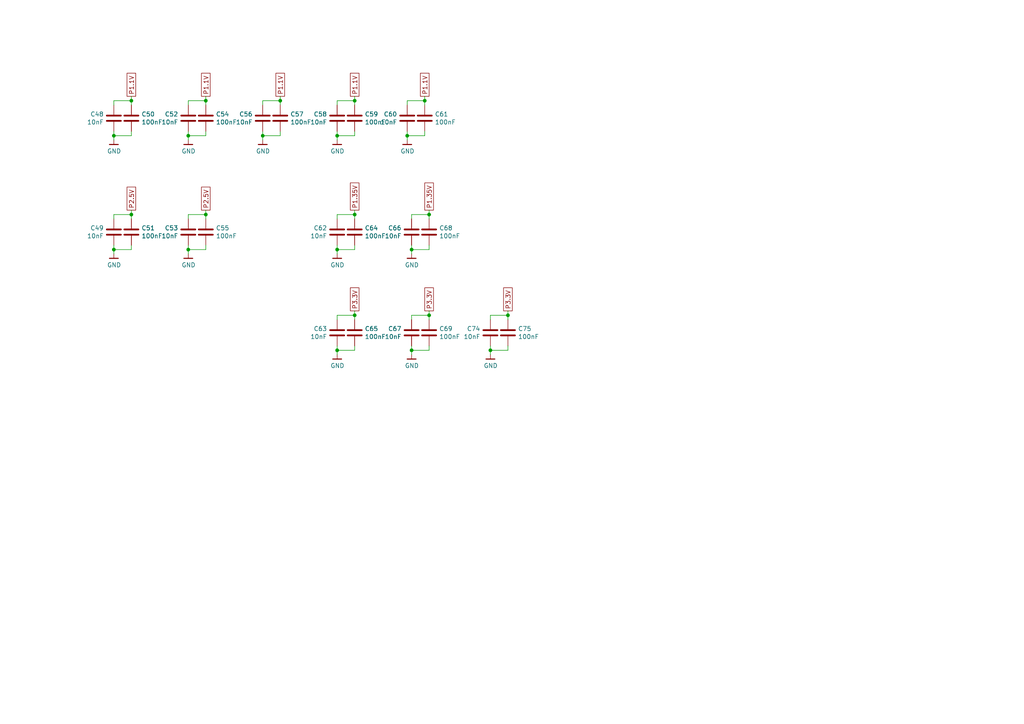
<source format=kicad_sch>
(kicad_sch (version 20230121) (generator eeschema)
  (paper "A4")
  (title_block (title "Orange Crab") (date "2020-11-01") (rev "r0.2.1") (company "Good Stuff Department") (comment 3 "Licensed under CERN OHL v.1.2") (comment 4 "Designed by: Greg Davill"))
  (lib_symbols
    (symbol "Device:C" (pin_numbers hide) (pin_names (offset 0.254))
      (property "Reference" "C" (at 0.635 2.54 0))
      (property "Value" "C" (at 0.635 -2.54 0))
      (symbol "C_0_1"
        (polyline (pts (xy -2.032 -0.762) (xy 2.032 -0.762)) (stroke (width 0.508)))
        (polyline (pts (xy -2.032 0.762) (xy 2.032 0.762)) (stroke (width 0.508)))
      )
      (symbol "C_1_1"
        (pin passive line (at 0 3.81 270) (length 2.794) (name "~") (number "1"))
        (pin passive line (at 0 -3.81 90) (length 2.794) (name "~") (number "2"))
      )
    )
    (symbol "gkl_power:GND" (power) (pin_names (offset 0))
      (property "Value" "GND" (at 0 -2.54 0))
      (symbol "GND_0_1"
        (polyline (pts (xy 0 -1.27) (xy 0 0)))
        (polyline (pts (xy 1.27 -1.27) (xy -1.27 -1.27)) (stroke (width 0.3048)))
      )
      (symbol "GND_1_1"
        (pin power_in line (at 0 0 270) (length 0) hide (name "GND") (number "1"))
      )
    )
  )
  (junction (at 102.87 29.21))
  (junction (at 81.28 29.21))
  (junction (at 54.61 72.39))
  (junction (at 97.79 39.37))
  (junction (at 124.46 62.23))
  (junction (at 118.11 39.37))
  (junction (at 38.1 29.21))
  (junction (at 124.46 91.44))
  (junction (at 59.69 29.21))
  (junction (at 33.02 72.39))
  (junction (at 59.69 62.23))
  (junction (at 38.1 62.23))
  (junction (at 147.32 91.44))
  (junction (at 33.02 39.37))
  (junction (at 119.38 72.39))
  (junction (at 97.79 101.6))
  (junction (at 142.24 101.6))
  (junction (at 102.87 62.23))
  (junction (at 102.87 91.44))
  (junction (at 54.61 39.37))
  (junction (at 76.2 39.37))
  (junction (at 123.19 29.21))
  (junction (at 119.38 101.6))
  (junction (at 97.79 72.39))
  (wire (pts (xy 142.24 101.6) (xy 142.24 102.87)))
  (wire (pts (xy 119.38 101.6) (xy 119.38 102.87)))
  (wire (pts (xy 59.69 62.23) (xy 59.69 60.96)))
  (wire (pts (xy 59.69 63.5) (xy 59.69 62.23)))
  (wire (pts (xy 97.79 91.44) (xy 102.87 91.44)))
  (wire (pts (xy 147.32 91.44) (xy 147.32 90.17)))
  (wire (pts (xy 33.02 71.12) (xy 33.02 72.39)))
  (wire (pts (xy 38.1 30.48) (xy 38.1 29.21)))
  (wire (pts (xy 102.87 39.37) (xy 102.87 38.1)))
  (wire (pts (xy 76.2 38.1) (xy 76.2 39.37)))
  (wire (pts (xy 33.02 39.37) (xy 33.02 40.64)))
  (wire (pts (xy 119.38 62.23) (xy 124.46 62.23)))
  (wire (pts (xy 33.02 30.48) (xy 33.02 29.21)))
  (wire (pts (xy 97.79 62.23) (xy 102.87 62.23)))
  (wire (pts (xy 97.79 39.37) (xy 97.79 40.64)))
  (wire (pts (xy 119.38 91.44) (xy 124.46 91.44)))
  (wire (pts (xy 54.61 72.39) (xy 59.69 72.39)))
  (wire (pts (xy 38.1 63.5) (xy 38.1 62.23)))
  (wire (pts (xy 102.87 72.39) (xy 102.87 71.12)))
  (wire (pts (xy 38.1 39.37) (xy 38.1 38.1)))
  (wire (pts (xy 118.11 29.21) (xy 123.19 29.21)))
  (wire (pts (xy 102.87 62.23) (xy 102.87 60.96)))
  (wire (pts (xy 97.79 38.1) (xy 97.79 39.37)))
  (wire (pts (xy 142.24 100.33) (xy 142.24 101.6)))
  (wire (pts (xy 102.87 91.44) (xy 102.87 90.17)))
  (wire (pts (xy 102.87 92.71) (xy 102.87 91.44)))
  (wire (pts (xy 102.87 101.6) (xy 102.87 100.33)))
  (wire (pts (xy 147.32 101.6) (xy 147.32 100.33)))
  (wire (pts (xy 124.46 72.39) (xy 124.46 71.12)))
  (wire (pts (xy 119.38 72.39) (xy 119.38 73.66)))
  (wire (pts (xy 142.24 91.44) (xy 147.32 91.44)))
  (wire (pts (xy 54.61 30.48) (xy 54.61 29.21)))
  (wire (pts (xy 102.87 29.21) (xy 102.87 27.94)))
  (wire (pts (xy 119.38 71.12) (xy 119.38 72.39)))
  (wire (pts (xy 81.28 29.21) (xy 81.28 27.94)))
  (wire (pts (xy 119.38 92.71) (xy 119.38 91.44)))
  (wire (pts (xy 123.19 30.48) (xy 123.19 29.21)))
  (wire (pts (xy 81.28 39.37) (xy 81.28 38.1)))
  (wire (pts (xy 54.61 71.12) (xy 54.61 72.39)))
  (wire (pts (xy 118.11 30.48) (xy 118.11 29.21)))
  (wire (pts (xy 123.19 39.37) (xy 123.19 38.1)))
  (wire (pts (xy 54.61 63.5) (xy 54.61 62.23)))
  (wire (pts (xy 124.46 63.5) (xy 124.46 62.23)))
  (wire (pts (xy 76.2 30.48) (xy 76.2 29.21)))
  (wire (pts (xy 81.28 30.48) (xy 81.28 29.21)))
  (wire (pts (xy 38.1 72.39) (xy 38.1 71.12)))
  (wire (pts (xy 38.1 62.23) (xy 38.1 60.96)))
  (wire (pts (xy 97.79 100.33) (xy 97.79 101.6)))
  (wire (pts (xy 59.69 29.21) (xy 59.69 27.94)))
  (wire (pts (xy 33.02 72.39) (xy 38.1 72.39)))
  (wire (pts (xy 97.79 72.39) (xy 97.79 73.66)))
  (wire (pts (xy 33.02 62.23) (xy 38.1 62.23)))
  (wire (pts (xy 54.61 62.23) (xy 59.69 62.23)))
  (wire (pts (xy 54.61 38.1) (xy 54.61 39.37)))
  (wire (pts (xy 124.46 101.6) (xy 124.46 100.33)))
  (wire (pts (xy 33.02 29.21) (xy 38.1 29.21)))
  (wire (pts (xy 38.1 29.21) (xy 38.1 27.94)))
  (wire (pts (xy 142.24 101.6) (xy 147.32 101.6)))
  (wire (pts (xy 76.2 29.21) (xy 81.28 29.21)))
  (wire (pts (xy 33.02 39.37) (xy 38.1 39.37)))
  (wire (pts (xy 97.79 63.5) (xy 97.79 62.23)))
  (wire (pts (xy 59.69 39.37) (xy 59.69 38.1)))
  (wire (pts (xy 54.61 29.21) (xy 59.69 29.21)))
  (wire (pts (xy 97.79 72.39) (xy 102.87 72.39)))
  (wire (pts (xy 119.38 63.5) (xy 119.38 62.23)))
  (wire (pts (xy 97.79 101.6) (xy 97.79 102.87)))
  (wire (pts (xy 124.46 91.44) (xy 124.46 90.17)))
  (wire (pts (xy 97.79 71.12) (xy 97.79 72.39)))
  (wire (pts (xy 102.87 63.5) (xy 102.87 62.23)))
  (wire (pts (xy 97.79 29.21) (xy 102.87 29.21)))
  (wire (pts (xy 102.87 30.48) (xy 102.87 29.21)))
  (wire (pts (xy 54.61 39.37) (xy 54.61 40.64)))
  (wire (pts (xy 59.69 30.48) (xy 59.69 29.21)))
  (wire (pts (xy 97.79 92.71) (xy 97.79 91.44)))
  (wire (pts (xy 33.02 72.39) (xy 33.02 73.66)))
  (wire (pts (xy 124.46 92.71) (xy 124.46 91.44)))
  (wire (pts (xy 97.79 30.48) (xy 97.79 29.21)))
  (wire (pts (xy 97.79 101.6) (xy 102.87 101.6)))
  (wire (pts (xy 76.2 39.37) (xy 81.28 39.37)))
  (wire (pts (xy 123.19 29.21) (xy 123.19 27.94)))
  (wire (pts (xy 118.11 39.37) (xy 123.19 39.37)))
  (wire (pts (xy 142.24 92.71) (xy 142.24 91.44)))
  (wire (pts (xy 147.32 92.71) (xy 147.32 91.44)))
  (wire (pts (xy 118.11 38.1) (xy 118.11 39.37)))
  (wire (pts (xy 118.11 39.37) (xy 118.11 40.64)))
  (wire (pts (xy 54.61 39.37) (xy 59.69 39.37)))
  (wire (pts (xy 59.69 72.39) (xy 59.69 71.12)))
  (wire (pts (xy 124.46 62.23) (xy 124.46 60.96)))
  (wire (pts (xy 119.38 100.33) (xy 119.38 101.6)))
  (wire (pts (xy 54.61 72.39) (xy 54.61 73.66)))
  (wire (pts (xy 33.02 63.5) (xy 33.02 62.23)))
  (wire (pts (xy 119.38 101.6) (xy 124.46 101.6)))
  (wire (pts (xy 119.38 72.39) (xy 124.46 72.39)))
  (wire (pts (xy 97.79 39.37) (xy 102.87 39.37)))
  (wire (pts (xy 76.2 39.37) (xy 76.2 40.64)))
  (wire (pts (xy 33.02 38.1) (xy 33.02 39.37)))
  (global_label "P1.35V" (shape passive) (at 102.87 60.96 90) (property "Intersheetrefs" "${INTERSHEET_REFS}" (effects hide)))
  (global_label "P3.3V" (shape passive) (at 102.87 90.17 90) (property "Intersheetrefs" "${INTERSHEET_REFS}" (effects hide)))
  (global_label "P1.35V" (shape passive) (at 124.46 60.96 90) (property "Intersheetrefs" "${INTERSHEET_REFS}" (effects hide)))
  (global_label "P3.3V" (shape passive) (at 147.32 90.17 90) (property "Intersheetrefs" "${INTERSHEET_REFS}" (effects hide)))
  (global_label "P1.1V" (shape passive) (at 38.1 27.94 90) (property "Intersheetrefs" "${INTERSHEET_REFS}" (effects hide)))
  (global_label "P1.1V" (shape passive) (at 81.28 27.94 90) (property "Intersheetrefs" "${INTERSHEET_REFS}" (effects hide)))
  (global_label "P3.3V" (shape passive) (at 124.46 90.17 90) (property "Intersheetrefs" "${INTERSHEET_REFS}" (effects hide)))
  (global_label "P2.5V" (shape passive) (at 59.69 60.96 90) (property "Intersheetrefs" "${INTERSHEET_REFS}" (effects hide)))
  (global_label "P1.1V" (shape passive) (at 123.19 27.94 90) (property "Intersheetrefs" "${INTERSHEET_REFS}" (effects hide)))
  (global_label "P2.5V" (shape passive) (at 38.1 60.96 90) (property "Intersheetrefs" "${INTERSHEET_REFS}" (effects hide)))
  (global_label "P1.1V" (shape passive) (at 59.69 27.94 90) (property "Intersheetrefs" "${INTERSHEET_REFS}" (effects hide)))
  (global_label "P1.1V" (shape passive) (at 102.87 27.94 90) (property "Intersheetrefs" "${INTERSHEET_REFS}" (effects hide)))
  (symbol (lib_id "Device:C") (at 33.02 34.29 0) (unit 1)
    (property "Reference" "C48" (at 30.099 33.1216 0) (effects (justify right)))
    (property "Value" "10nF" (at 30.099 35.433 0) (effects (justify right)))
    (property "Footprint" "gkl_dipol:C_0201_0603Metric" (effects hide))
    (property "Mfg" "Samsung Electro-Mechanics" (effects hide))
    (property "PN" "CL03B103KP3NNNC" (effects hide))
    (property "Mfg_1" "YAGEO" (effects hide))
    (property "PN_1" "CC0201KRX5R7BB103" (effects hide))
    (property "lcsc#" "C272853" (effects hide))
  )
  (symbol (lib_id "gkl_power:GND") (at 33.02 40.64 0) (unit 1)
    (property "Reference" "#PWR0148" (effects hide))
    (property "Value" "GND" (at 33.0962 43.8404 0))
  )
  (symbol (lib_id "Device:C") (at 38.1 34.29 0) (unit 1)
    (property "Reference" "C50" (at 41.021 33.1216 0) (effects (justify left)))
    (property "Value" "100nF" (at 41.021 35.433 0) (effects (justify left)))
    (property "Footprint" "gkl_dipol:C_0201_0603Metric" (effects hide))
    (property "Mfg" "Samsung Electro-Mechanics" (effects hide))
    (property "PN" "CL03A104KQ3NNNC" (effects hide))
    (property "Mfg_1" "YAGEO" (effects hide))
    (property "PN_1" "CC0201KRX5R7BB104" (effects hide))
    (property "lcsc#" "C467016" (effects hide))
  )
  (symbol (lib_id "Device:C") (at 54.61 34.29 0) (unit 1)
    (property "Reference" "C52" (at 51.689 33.1216 0) (effects (justify right)))
    (property "Value" "10nF" (at 51.689 35.433 0) (effects (justify right)))
    (property "Footprint" "gkl_dipol:C_0201_0603Metric" (effects hide))
    (property "Mfg" "Samsung Electro-Mechanics" (effects hide))
    (property "PN" "CL03B103KP3NNNC" (effects hide))
    (property "Mfg_1" "YAGEO" (effects hide))
    (property "PN_1" "CC0201KRX5R7BB103" (effects hide))
    (property "lcsc#" "C272853" (effects hide))
  )
  (symbol (lib_id "gkl_power:GND") (at 54.61 40.64 0) (unit 1)
    (property "Reference" "#PWR0149" (effects hide))
    (property "Value" "GND" (at 54.6862 43.8404 0))
  )
  (symbol (lib_id "Device:C") (at 59.69 34.29 0) (unit 1)
    (property "Reference" "C54" (at 62.611 33.1216 0) (effects (justify left)))
    (property "Value" "100nF" (at 62.611 35.433 0) (effects (justify left)))
    (property "Footprint" "gkl_dipol:C_0201_0603Metric" (effects hide))
    (property "Mfg" "Samsung Electro-Mechanics" (effects hide))
    (property "PN" "CL03A104KQ3NNNC" (effects hide))
    (property "Mfg_1" "YAGEO" (effects hide))
    (property "PN_1" "CC0201KRX5R7BB104" (effects hide))
    (property "lcsc#" "C467016" (effects hide))
  )
  (symbol (lib_id "Device:C") (at 76.2 34.29 0) (unit 1)
    (property "Reference" "C56" (at 73.279 33.1216 0) (effects (justify right)))
    (property "Value" "10nF" (at 73.279 35.433 0) (effects (justify right)))
    (property "Footprint" "gkl_dipol:C_0201_0603Metric" (effects hide))
    (property "Mfg" "Samsung Electro-Mechanics" (effects hide))
    (property "PN" "CL03B103KP3NNNC" (effects hide))
    (property "Mfg_1" "YAGEO" (effects hide))
    (property "PN_1" "CC0201KRX5R7BB103" (effects hide))
    (property "lcsc#" "C272853" (effects hide))
  )
  (symbol (lib_id "gkl_power:GND") (at 76.2 40.64 0) (unit 1)
    (property "Reference" "#PWR0150" (effects hide))
    (property "Value" "GND" (at 76.2762 43.8404 0))
  )
  (symbol (lib_id "Device:C") (at 81.28 34.29 0) (unit 1)
    (property "Reference" "C57" (at 84.201 33.1216 0) (effects (justify left)))
    (property "Value" "100nF" (at 84.201 35.433 0) (effects (justify left)))
    (property "Footprint" "gkl_dipol:C_0201_0603Metric" (effects hide))
    (property "Mfg" "Samsung Electro-Mechanics" (effects hide))
    (property "PN" "CL03A104KQ3NNNC" (effects hide))
    (property "Mfg_1" "YAGEO" (effects hide))
    (property "PN_1" "CC0201KRX5R7BB104" (effects hide))
    (property "lcsc#" "C467016" (effects hide))
  )
  (symbol (lib_id "Device:C") (at 97.79 34.29 0) (unit 1)
    (property "Reference" "C58" (at 94.869 33.1216 0) (effects (justify right)))
    (property "Value" "10nF" (at 94.869 35.433 0) (effects (justify right)))
    (property "Footprint" "gkl_dipol:C_0201_0603Metric" (effects hide))
    (property "Mfg" "Samsung Electro-Mechanics" (effects hide))
    (property "PN" "CL03B103KP3NNNC" (effects hide))
    (property "Mfg_1" "YAGEO" (effects hide))
    (property "PN_1" "CC0201KRX5R7BB103" (effects hide))
    (property "lcsc#" "C272853" (effects hide))
  )
  (symbol (lib_id "gkl_power:GND") (at 97.79 40.64 0) (unit 1)
    (property "Reference" "#PWR0151" (effects hide))
    (property "Value" "GND" (at 97.8662 43.8404 0))
  )
  (symbol (lib_id "Device:C") (at 102.87 34.29 0) (unit 1)
    (property "Reference" "C59" (at 105.791 33.1216 0) (effects (justify left)))
    (property "Value" "100nF" (at 105.791 35.433 0) (effects (justify left)))
    (property "Footprint" "gkl_dipol:C_0201_0603Metric" (effects hide))
    (property "Mfg" "Samsung Electro-Mechanics" (effects hide))
    (property "PN" "CL03A104KQ3NNNC" (effects hide))
    (property "Mfg_1" "YAGEO" (effects hide))
    (property "PN_1" "CC0201KRX5R7BB104" (effects hide))
    (property "lcsc#" "C467016" (effects hide))
  )
  (symbol (lib_id "Device:C") (at 118.11 34.29 0) (unit 1)
    (property "Reference" "C60" (at 115.189 33.1216 0) (effects (justify right)))
    (property "Value" "10nF" (at 115.189 35.433 0) (effects (justify right)))
    (property "Footprint" "gkl_dipol:C_0201_0603Metric" (effects hide))
    (property "Mfg" "Samsung Electro-Mechanics" (effects hide))
    (property "PN" "CL03B103KP3NNNC" (effects hide))
    (property "Mfg_1" "YAGEO" (effects hide))
    (property "PN_1" "CC0201KRX5R7BB103" (effects hide))
    (property "lcsc#" "C272853" (effects hide))
  )
  (symbol (lib_id "gkl_power:GND") (at 118.11 40.64 0) (unit 1)
    (property "Reference" "#PWR0152" (effects hide))
    (property "Value" "GND" (at 118.1862 43.8404 0))
  )
  (symbol (lib_id "Device:C") (at 123.19 34.29 0) (unit 1)
    (property "Reference" "C61" (at 126.111 33.1216 0) (effects (justify left)))
    (property "Value" "100nF" (at 126.111 35.433 0) (effects (justify left)))
    (property "Footprint" "gkl_dipol:C_0201_0603Metric" (effects hide))
    (property "Mfg" "Samsung Electro-Mechanics" (effects hide))
    (property "PN" "CL03A104KQ3NNNC" (effects hide))
    (property "Mfg_1" "YAGEO" (effects hide))
    (property "PN_1" "CC0201KRX5R7BB104" (effects hide))
    (property "lcsc#" "C467016" (effects hide))
  )
  (symbol (lib_id "Device:C") (at 33.02 67.31 0) (unit 1)
    (property "Reference" "C49" (at 30.099 66.1416 0) (effects (justify right)))
    (property "Value" "10nF" (at 30.099 68.453 0) (effects (justify right)))
    (property "Footprint" "gkl_dipol:C_0201_0603Metric" (effects hide))
    (property "Mfg" "Samsung Electro-Mechanics" (effects hide))
    (property "PN" "CL03B103KP3NNNC" (effects hide))
    (property "Mfg_1" "YAGEO" (effects hide))
    (property "PN_1" "CC0201KRX5R7BB103" (effects hide))
    (property "lcsc#" "C272853" (effects hide))
  )
  (symbol (lib_id "gkl_power:GND") (at 33.02 73.66 0) (unit 1)
    (property "Reference" "#PWR0153" (effects hide))
    (property "Value" "GND" (at 33.0962 76.8604 0))
  )
  (symbol (lib_id "Device:C") (at 38.1 67.31 0) (unit 1)
    (property "Reference" "C51" (at 41.021 66.1416 0) (effects (justify left)))
    (property "Value" "100nF" (at 41.021 68.453 0) (effects (justify left)))
    (property "Footprint" "gkl_dipol:C_0201_0603Metric" (effects hide))
    (property "Mfg" "Samsung Electro-Mechanics" (effects hide))
    (property "PN" "CL03A104KQ3NNNC" (effects hide))
    (property "Mfg_1" "YAGEO" (effects hide))
    (property "PN_1" "CC0201KRX5R7BB104" (effects hide))
    (property "lcsc#" "C467016" (effects hide))
  )
  (symbol (lib_id "Device:C") (at 54.61 67.31 0) (unit 1)
    (property "Reference" "C53" (at 51.689 66.1416 0) (effects (justify right)))
    (property "Value" "10nF" (at 51.689 68.453 0) (effects (justify right)))
    (property "Footprint" "gkl_dipol:C_0201_0603Metric" (effects hide))
    (property "Mfg" "Samsung Electro-Mechanics" (effects hide))
    (property "PN" "CL03B103KP3NNNC" (effects hide))
    (property "Mfg_1" "YAGEO" (effects hide))
    (property "PN_1" "CC0201KRX5R7BB103" (effects hide))
    (property "lcsc#" "C272853" (effects hide))
  )
  (symbol (lib_id "gkl_power:GND") (at 54.61 73.66 0) (unit 1)
    (property "Reference" "#PWR0154" (effects hide))
    (property "Value" "GND" (at 54.6862 76.8604 0))
  )
  (symbol (lib_id "Device:C") (at 59.69 67.31 0) (unit 1)
    (property "Reference" "C55" (at 62.611 66.1416 0) (effects (justify left)))
    (property "Value" "100nF" (at 62.611 68.453 0) (effects (justify left)))
    (property "Footprint" "gkl_dipol:C_0201_0603Metric" (effects hide))
    (property "Mfg" "Samsung Electro-Mechanics" (effects hide))
    (property "PN" "CL03A104KQ3NNNC" (effects hide))
    (property "Mfg_1" "YAGEO" (effects hide))
    (property "PN_1" "CC0201KRX5R7BB104" (effects hide))
    (property "lcsc#" "C467016" (effects hide))
  )
  (symbol (lib_id "Device:C") (at 97.79 67.31 0) (unit 1)
    (property "Reference" "C62" (at 94.869 66.1416 0) (effects (justify right)))
    (property "Value" "10nF" (at 94.869 68.453 0) (effects (justify right)))
    (property "Footprint" "gkl_dipol:C_0201_0603Metric" (effects hide))
    (property "Mfg" "Samsung Electro-Mechanics" (effects hide))
    (property "PN" "CL03B103KP3NNNC" (effects hide))
    (property "Mfg_1" "YAGEO" (effects hide))
    (property "PN_1" "CC0201KRX5R7BB103" (effects hide))
    (property "lcsc#" "C272853" (effects hide))
  )
  (symbol (lib_id "gkl_power:GND") (at 97.79 73.66 0) (unit 1)
    (property "Reference" "#PWR0155" (effects hide))
    (property "Value" "GND" (at 97.8662 76.8604 0))
  )
  (symbol (lib_id "Device:C") (at 102.87 67.31 0) (unit 1)
    (property "Reference" "C64" (at 105.791 66.1416 0) (effects (justify left)))
    (property "Value" "100nF" (at 105.791 68.453 0) (effects (justify left)))
    (property "Footprint" "gkl_dipol:C_0201_0603Metric" (effects hide))
    (property "Mfg" "Samsung Electro-Mechanics" (effects hide))
    (property "PN" "CL03A104KQ3NNNC" (effects hide))
    (property "Mfg_1" "YAGEO" (effects hide))
    (property "PN_1" "CC0201KRX5R7BB104" (effects hide))
    (property "lcsc#" "C467016" (effects hide))
  )
  (symbol (lib_id "Device:C") (at 119.38 67.31 0) (unit 1)
    (property "Reference" "C66" (at 116.459 66.1416 0) (effects (justify right)))
    (property "Value" "10nF" (at 116.459 68.453 0) (effects (justify right)))
    (property "Footprint" "gkl_dipol:C_0201_0603Metric" (effects hide))
    (property "Mfg" "Samsung Electro-Mechanics" (effects hide))
    (property "PN" "CL03B103KP3NNNC" (effects hide))
    (property "Mfg_1" "YAGEO" (effects hide))
    (property "PN_1" "CC0201KRX5R7BB103" (effects hide))
    (property "lcsc#" "C272853" (effects hide))
  )
  (symbol (lib_id "gkl_power:GND") (at 119.38 73.66 0) (unit 1)
    (property "Reference" "#PWR0156" (effects hide))
    (property "Value" "GND" (at 119.4562 76.8604 0))
  )
  (symbol (lib_id "Device:C") (at 124.46 67.31 0) (unit 1)
    (property "Reference" "C68" (at 127.381 66.1416 0) (effects (justify left)))
    (property "Value" "100nF" (at 127.381 68.453 0) (effects (justify left)))
    (property "Footprint" "gkl_dipol:C_0201_0603Metric" (effects hide))
    (property "Mfg" "Samsung Electro-Mechanics" (effects hide))
    (property "PN" "CL03A104KQ3NNNC" (effects hide))
    (property "Mfg_1" "YAGEO" (effects hide))
    (property "PN_1" "CC0201KRX5R7BB104" (effects hide))
    (property "lcsc#" "C467016" (effects hide))
  )
  (symbol (lib_id "Device:C") (at 97.79 96.52 0) (unit 1)
    (property "Reference" "C63" (at 94.869 95.3516 0) (effects (justify right)))
    (property "Value" "10nF" (at 94.869 97.663 0) (effects (justify right)))
    (property "Footprint" "gkl_dipol:C_0201_0603Metric" (effects hide))
    (property "Mfg" "Samsung Electro-Mechanics" (effects hide))
    (property "PN" "CL03B103KP3NNNC" (effects hide))
    (property "Mfg_1" "YAGEO" (effects hide))
    (property "PN_1" "CC0201KRX5R7BB103" (effects hide))
    (property "lcsc#" "C272853" (effects hide))
  )
  (symbol (lib_id "gkl_power:GND") (at 97.79 102.87 0) (unit 1)
    (property "Reference" "#PWR0157" (effects hide))
    (property "Value" "GND" (at 97.8662 106.0704 0))
  )
  (symbol (lib_id "Device:C") (at 102.87 96.52 0) (unit 1)
    (property "Reference" "C65" (at 105.791 95.3516 0) (effects (justify left)))
    (property "Value" "100nF" (at 105.791 97.663 0) (effects (justify left)))
    (property "Footprint" "gkl_dipol:C_0201_0603Metric" (effects hide))
    (property "Mfg" "Samsung Electro-Mechanics" (effects hide))
    (property "PN" "CL03A104KQ3NNNC" (effects hide))
    (property "Mfg_1" "YAGEO" (effects hide))
    (property "PN_1" "CC0201KRX5R7BB104" (effects hide))
    (property "lcsc#" "C467016" (effects hide))
  )
  (symbol (lib_id "Device:C") (at 119.38 96.52 0) (unit 1)
    (property "Reference" "C67" (at 116.459 95.3516 0) (effects (justify right)))
    (property "Value" "10nF" (at 116.459 97.663 0) (effects (justify right)))
    (property "Footprint" "gkl_dipol:C_0201_0603Metric" (effects hide))
    (property "Mfg" "Samsung Electro-Mechanics" (effects hide))
    (property "PN" "CL03B103KP3NNNC" (effects hide))
    (property "Mfg_1" "YAGEO" (effects hide))
    (property "PN_1" "CC0201KRX5R7BB103" (effects hide))
    (property "lcsc#" "C272853" (effects hide))
  )
  (symbol (lib_id "gkl_power:GND") (at 119.38 102.87 0) (unit 1)
    (property "Reference" "#PWR0158" (effects hide))
    (property "Value" "GND" (at 119.4562 106.0704 0))
  )
  (symbol (lib_id "Device:C") (at 124.46 96.52 0) (unit 1)
    (property "Reference" "C69" (at 127.381 95.3516 0) (effects (justify left)))
    (property "Value" "100nF" (at 127.381 97.663 0) (effects (justify left)))
    (property "Footprint" "gkl_dipol:C_0201_0603Metric" (effects hide))
    (property "Mfg" "Samsung Electro-Mechanics" (effects hide))
    (property "PN" "CL03A104KQ3NNNC" (effects hide))
    (property "Mfg_1" "YAGEO" (effects hide))
    (property "PN_1" "CC0201KRX5R7BB104" (effects hide))
    (property "lcsc#" "C467016" (effects hide))
  )
  (symbol (lib_id "Device:C") (at 142.24 96.52 0) (unit 1)
    (property "Reference" "C74" (at 139.319 95.3516 0) (effects (justify right)))
    (property "Value" "10nF" (at 139.319 97.663 0) (effects (justify right)))
    (property "Footprint" "gkl_dipol:C_0201_0603Metric" (effects hide))
    (property "Mfg" "Samsung Electro-Mechanics" (effects hide))
    (property "PN" "CL03B103KP3NNNC" (effects hide))
    (property "Mfg_1" "YAGEO" (effects hide))
    (property "PN_1" "CC0201KRX5R7BB103" (effects hide))
    (property "lcsc#" "C272853" (effects hide))
  )
  (symbol (lib_id "gkl_power:GND") (at 142.24 102.87 0) (unit 1)
    (property "Reference" "#PWR0163" (effects hide))
    (property "Value" "GND" (at 142.3162 106.0704 0))
  )
  (symbol (lib_id "Device:C") (at 147.32 96.52 0) (unit 1)
    (property "Reference" "C75" (at 150.241 95.3516 0) (effects (justify left)))
    (property "Value" "100nF" (at 150.241 97.663 0) (effects (justify left)))
    (property "Footprint" "gkl_dipol:C_0201_0603Metric" (effects hide))
    (property "Mfg" "Samsung Electro-Mechanics" (effects hide))
    (property "PN" "CL03A104KQ3NNNC" (effects hide))
    (property "Mfg_1" "YAGEO" (effects hide))
    (property "PN_1" "CC0201KRX5R7BB104" (effects hide))
    (property "lcsc#" "C467016" (effects hide))
  )
)
</source>
